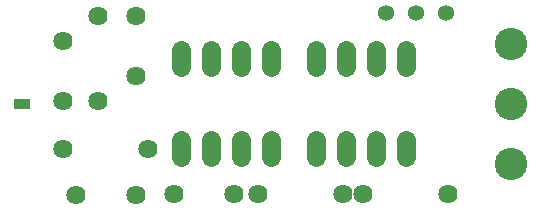
<source format=gbr>
G04 EAGLE Gerber RS-274X export*
G75*
%MOMM*%
%FSLAX34Y34*%
%LPD*%
%INSoldermask Bottom*%
%IPPOS*%
%AMOC8*
5,1,8,0,0,1.08239X$1,22.5*%
G01*
G04 Define Apertures*
%ADD10C,1.361200*%
%ADD11C,1.625600*%
%ADD12C,2.743200*%
%ADD13R,1.473200X0.838200*%
%ADD14C,1.603200*%
D10*
X847456Y178564D03*
X898256Y178564D03*
X872856Y178564D03*
D11*
X645800Y63500D03*
X573400Y63500D03*
X603250Y103500D03*
X603250Y175900D03*
X827400Y25400D03*
X899800Y25400D03*
D12*
X952500Y50800D03*
X952500Y101600D03*
X952500Y152400D03*
D13*
X538480Y101600D03*
D14*
X749300Y132700D02*
X749300Y146700D01*
X723900Y146700D02*
X723900Y132700D01*
X698500Y132700D02*
X698500Y146700D01*
X673100Y146700D02*
X673100Y132700D01*
X673100Y70500D02*
X673100Y56500D01*
X698500Y56500D02*
X698500Y70500D01*
X723900Y70500D02*
X723900Y56500D01*
X749300Y56500D02*
X749300Y70500D01*
X863600Y132700D02*
X863600Y146700D01*
X838200Y146700D02*
X838200Y132700D01*
X812800Y132700D02*
X812800Y146700D01*
X787400Y146700D02*
X787400Y132700D01*
X787400Y70500D02*
X787400Y56500D01*
X812800Y56500D02*
X812800Y70500D01*
X838200Y70500D02*
X838200Y56500D01*
X863600Y56500D02*
X863600Y70500D01*
D11*
X738500Y25400D03*
X810900Y25400D03*
X635000Y23876D03*
X584200Y23876D03*
X718424Y25400D03*
X667624Y25400D03*
X635000Y176024D03*
X635000Y125224D03*
X573504Y103604D03*
X573504Y154404D03*
M02*

</source>
